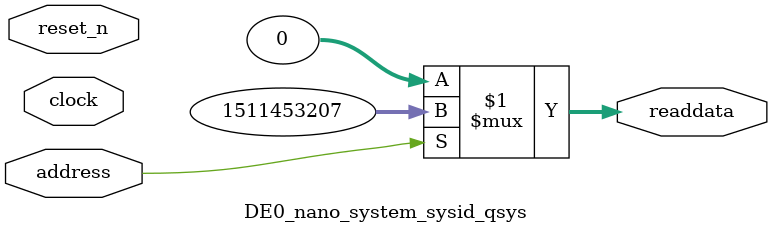
<source format=v>



// synthesis translate_off
`timescale 1ns / 1ps
// synthesis translate_on

// turn off superfluous verilog processor warnings 
// altera message_level Level1 
// altera message_off 10034 10035 10036 10037 10230 10240 10030 

module DE0_nano_system_sysid_qsys (
               // inputs:
                address,
                clock,
                reset_n,

               // outputs:
                readdata
             )
;

  output  [ 31: 0] readdata;
  input            address;
  input            clock;
  input            reset_n;

  wire    [ 31: 0] readdata;
  //control_slave, which is an e_avalon_slave
  assign readdata = address ? 1511453207 : 0;

endmodule



</source>
